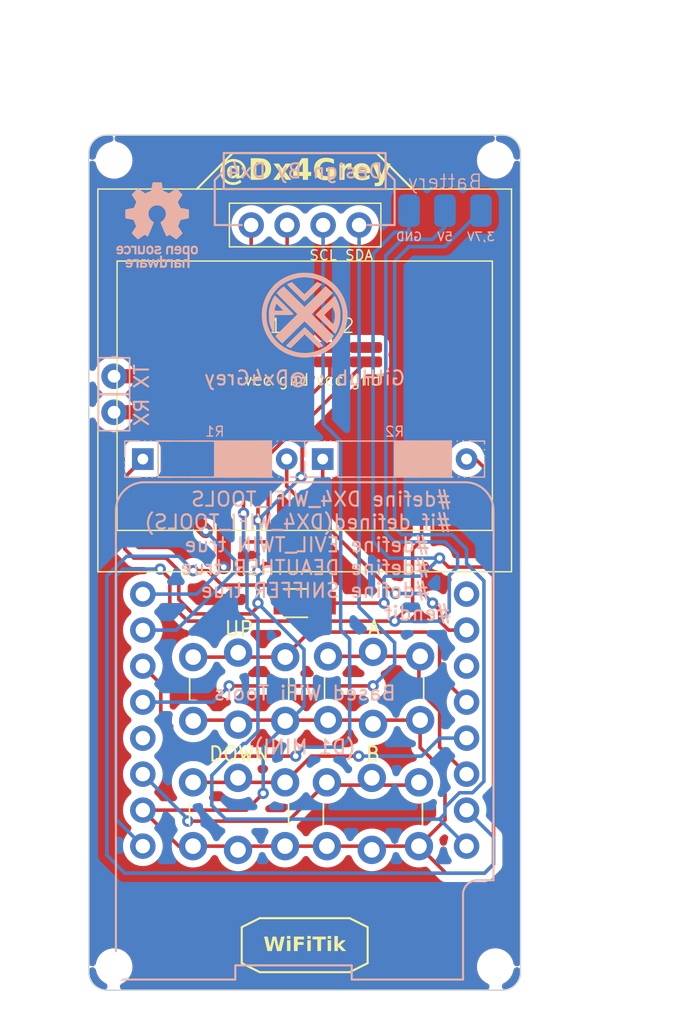
<source format=kicad_pcb>
(kicad_pcb (version 20221018) (generator pcbnew)
  (layers (0 "F.Cu" signal) (31 "B.Cu" signal) (34 "B.Paste" user) (35 "F.Paste" user) (36 "B.SilkS" user "B.Silkscreen") (37 "F.SilkS" user "F.Silkscreen") (38 "B.Mask" user) (39 "F.Mask" user) (44 "Edge.Cuts" user))
  (net 0 "")
  (net 1 "/GND")
  (net 2 "/VCC")
  (net 3 "/SCL")
  (net 4 "/SDA")
  (net 5 "/5V5")
  (net 6 "/UP")
  (net 7 "/A")
  (net 8 "/DOWN")
  (net 9 "/B")
  (net 10 "/BATLEVEL")
  (net 11 "/TX")
  (net 12 "/RX")
  (net 13 "/LED")
  (net 14 "/2")
  (net 15 "/1")
  (footprint "LED_SMD:LED_Cree-XQ_HandSoldering" (layer "F.Cu") (at 158.75 115.57)
    (fp_text reference "LED" hide)
    (fp_text value "LED_Cree-XQ_HandSoldering" hide)
    (pad "1" smd rect (at -1.3975 0) (size 1.6 1.6) (layers "F.Cu" "F.Paste" "F.Mask") (net 13 "/LED"))
    (pad "2" smd rect (at 1.3975 0) (size 1.6 1.6) (layers "F.Cu" "F.Paste" "F.Mask") (net 1 "/GND"))
  )
  (footprint "WiFiTools:oled" (layer "F.Cu") (at 158.75 93.98)
    (fp_text reference "" (at 0 5.08 unlocked) (layer "F.SilkS") (effects (font (thickness 0.1))))
    (fp_text value "oled" hide)
    (fp_text user "SCL" (at 1.3 -2.54 unlocked) (layer "F.SilkS") (effects (font (size 0.7 0.7) (thickness 0.1)) (justify bottom)))
    (fp_text user "SDA" (at 3.84 -2.54 unlocked) (layer "F.SilkS") (effects (font (size 0.7 0.7) (thickness 0.1)) (justify bottom)))
    (pad "1" thru_hole circle (at -3.78 -5.08) (size 1.8 1.8) (drill 1.016) (layers "*.Cu" "*.Mask") (net 15 "/1"))
    (pad "2" thru_hole circle (at -1.24 -5.08) (size 1.8 1.8) (drill 1.016) (layers "*.Cu" "*.Mask") (net 14 "/2"))
    (pad "3" thru_hole circle (at 1.3 -5.08) (size 1.8 1.8) (drill 1.016) (layers "*.Cu" "*.Mask") (net 3 "/SCL"))
    (pad "4" thru_hole circle (at 3.84 -5.08) (size 1.8 1.8) (drill 1.016) (layers "*.Cu" "*.Mask") (net 4 "/SDA"))
  )
  (footprint "WiFiTools:SW_PUSH_6mm" (layer "F.Cu") (at 150.865 128.215)
    (fp_text reference "DOWN" (at 3.25 -2) (layer "F.SilkS"))
    (fp_text value "SW_PUSH_6mm")
    (pad "1" thru_hole circle (at 0 0 90) (size 2 2) (drill 1.1) (layers "*.Cu" "*.Mask") (net 8 "/DOWN"))
    (pad "1" thru_hole circle (at 3.175 -0.3175 180) (size 2 2) (drill 1.1) (layers "*.Cu" "*.Mask") (net 8 "/DOWN"))
    (pad "1" thru_hole circle (at 6.5 0 90) (size 2 2) (drill 1.1) (layers "*.Cu" "*.Mask") (net 8 "/DOWN"))
    (pad "2" thru_hole circle (at 0 4.5 90) (size 2 2) (drill 1.1) (layers "*.Cu" "*.Mask") (net 1 "/GND"))
    (pad "2" thru_hole circle (at 3.175 4.7625 90) (size 2 2) (drill 1.1) (layers "*.Cu" "*.Mask") (net 1 "/GND"))
    (pad "2" thru_hole circle (at 6.5 4.5 90) (size 2 2) (drill 1.1) (layers "*.Cu" "*.Mask") (net 1 "/GND"))
  )
  (footprint "WiFiTools:OLED_CONNECTORS" (layer "F.Cu") (at 159.258 99.822)
    (fp_text reference "display socket" hide)
    (fp_text value "OLED_CONNECTORS")
    (fp_text user "2" (at 2.54 -3.81 unlocked) (layer "F.SilkS") (effects (font (thickness 0.1))))
    (fp_text user "1" (at -2.54 -3.81 unlocked) (layer "F.SilkS") (effects (font (thickness 0.1))))
    (fp_text user "vcc" (at 1.27 0 unlocked) (layer "F.SilkS") (effects (font (size 0.8 0.8) (thickness 0.1))))
    (fp_text user "gnd" (at -1.27 0 unlocked) (layer "F.SilkS") (effects (font (size 0.8 0.8) (thickness 0.1))))
    (fp_text user "gnd" (at 3.81 0 unlocked) (layer "F.SilkS") (effects (font (size 0.8 0.8) (thickness 0.1))))
    (fp_text user "vcc" (at -3.81 0 unlocked) (layer "F.SilkS") (effects (font (size 0.8 0.8) (thickness 0.1))))
    (pad "1" smd roundrect (at -3.81 -2.286) (size 2.286 0.762) (layers "F.Cu" "F.Paste" "F.Mask") (net 15 "/1"))
    (pad "1" smd roundrect (at -1.27 -2.286) (size 2.286 0.762) (layers "F.Cu" "F.Paste" "F.Mask") (net 15 "/1"))
    (pad "2" smd roundrect (at -3.81 -1.27) (size 2.286 0.762) (layers "F.Cu" "F.Paste" "F.Mask") (net 2 "/VCC"))
    (pad "2" smd roundrect (at -1.27 -1.27) (size 2.286 0.762) (layers "F.Cu" "F.Paste" "F.Mask") (net 1 "/GND"))
    (pad "2" smd roundrect (at 1.27 -2.286) (size 2.286 0.762) (layers "F.Cu" "F.Paste" "F.Mask") (net 14 "/2"))
    (pad "2" smd roundrect (at 1.27 -1.27) (size 2.286 0.762) (layers "F.Cu" "F.Paste" "F.Mask") (net 2 "/VCC"))
    (pad "2" smd roundrect (at 3.81 -2.286) (size 2.286 0.762) (layers "F.Cu" "F.Paste" "F.Mask") (net 14 "/2"))
    (pad "2" smd roundrect (at 3.81 -1.27) (size 2.286 0.762) (layers "F.Cu" "F.Paste" "F.Mask") (net 1 "/GND"))
  )
  (footprint "WiFiTools:SW_PUSH_6mm" (layer "F.Cu") (at 160.315 128.215)
    (fp_text reference "B" (at 3.25 -2) (layer "F.SilkS"))
    (fp_text value "SW_PUSH_6mm")
    (pad "1" thru_hole circle (at 0 0 90) (size 2 2) (drill 1.1) (layers "*.Cu" "*.Mask") (net 9 "/B"))
    (pad "1" thru_hole circle (at 3.175 -0.3175 180) (size 2 2) (drill 1.1) (layers "*.Cu" "*.Mask") (net 9 "/B"))
    (pad "1" thru_hole circle (at 6.5 0 90) (size 2 2) (drill 1.1) (layers "*.Cu" "*.Mask") (net 9 "/B"))
    (pad "2" thru_hole circle (at 0 4.5 90) (size 2 2) (drill 1.1) (layers "*.Cu" "*.Mask") (net 1 "/GND"))
    (pad "2" thru_hole circle (at 3.175 4.7625 90) (size 2 2) (drill 1.1) (layers "*.Cu" "*.Mask") (net 1 "/GND"))
    (pad "2" thru_hole circle (at 6.5 4.5 90) (size 2 2) (drill 1.1) (layers "*.Cu" "*.Mask") (net 1 "/GND"))
  )
  (footprint "MountingHole:MountingHole_2.1mm" (layer "F.Cu") (at 145.288 141.224)
    (fp_text reference "HOLE" hide)
    (fp_text value "MountingHole_2.1mm")
    (pad "" np_thru_hole circle (at 0 0) (size 2.1 2.1) (drill 2.1) (layers "*.Cu" "*.Mask"))
  )
  (footprint "MountingHole:MountingHole_2.1mm" (layer "F.Cu") (at 145.288 84.328)
    (fp_text reference "HOLE" hide)
    (fp_text value "MountingHole_2.1mm")
    (pad "" np_thru_hole circle (at 0 0) (size 2.1 2.1) (drill 2.1) (layers "*.Cu" "*.Mask"))
  )
  (footprint "MountingHole:MountingHole_2.1mm" (layer "F.Cu") (at 172.212 141.224)
    (fp_text reference "HOLE" hide)
    (fp_text value "MountingHole_2.1mm")
    (pad "" np_thru_hole circle (at 0 0) (size 2.1 2.1) (drill 2.1) (layers "*.Cu" "*.Mask"))
  )
  (footprint "WiFiTools:SW_PUSH_6mm" (layer "F.Cu") (at 160.401 119.325)
    (fp_text reference "A" (at 3.25 -2) (layer "F.SilkS"))
    (fp_text value "SW_PUSH_6mm")
    (pad "1" thru_hole circle (at 0 0 90) (size 2 2) (drill 1.1) (layers "*.Cu" "*.Mask") (net 7 "/A"))
    (pad "1" thru_hole circle (at 3.175 -0.3175 180) (size 2 2) (drill 1.1) (layers "*.Cu" "*.Mask") (net 7 "/A"))
    (pad "1" thru_hole circle (at 6.5 0 90) (size 2 2) (drill 1.1) (layers "*.Cu" "*.Mask") (net 7 "/A"))
    (pad "2" thru_hole circle (at 0 4.5 90) (size 2 2) (drill 1.1) (layers "*.Cu" "*.Mask") (net 1 "/GND"))
    (pad "2" thru_hole circle (at 3.175 4.7625 90) (size 2 2) (drill 1.1) (layers "*.Cu" "*.Mask") (net 1 "/GND"))
    (pad "2" thru_hole circle (at 6.5 4.5 90) (size 2 2) (drill 1.1) (layers "*.Cu" "*.Mask") (net 1 "/GND"))
  )
  (footprint "MountingHole:MountingHole_2.1mm" (layer "F.Cu") (at 172.212 84.328)
    (fp_text reference "HOLE" hide)
    (fp_text value "MountingHole_2.1mm")
    (pad "" np_thru_hole circle (at 0 0) (size 2.1 2.1) (drill 2.1) (layers "*.Cu" "*.Mask"))
  )
  (footprint "WiFiTools:SW_PUSH_6mm" (layer "F.Cu") (at 150.876 119.38)
    (fp_text reference "UP" (at 3.25 -2) (layer "F.SilkS"))
    (fp_text value "SW_PUSH_6mm")
    (pad "1" thru_hole circle (at 0 0 90) (size 2 2) (drill 1.1) (layers "*.Cu" "*.Mask") (net 6 "/UP"))
    (pad "1" thru_hole circle (at 3.175 -0.3175 180) (size 2 2) (drill 1.1) (layers "*.Cu" "*.Mask") (net 6 "/UP"))
    (pad "1" thru_hole circle (at 6.5 0 90) (size 2 2) (drill 1.1) (layers "*.Cu" "*.Mask") (net 6 "/UP"))
    (pad "2" thru_hole circle (at 0 4.5 90) (size 2 2) (drill 1.1) (layers "*.Cu" "*.Mask") (net 1 "/GND"))
    (pad "2" thru_hole circle (at 3.175 4.7625 90) (size 2 2) (drill 1.1) (layers "*.Cu" "*.Mask") (net 1 "/GND"))
    (pad "2" thru_hole circle (at 6.5 4.5 90) (size 2 2) (drill 1.1) (layers "*.Cu" "*.Mask") (net 1 "/GND"))
  )
  (footprint "Connector_Pin:Pin_D0.9mm_L10.0mm_W2.4mm_FlatFork" (layer "B.Cu") (at 145.288 102.108 -90)
    (fp_text reference "RX" (at 0 -1.95 -270) (layer "B.SilkS") (effects (justify mirror)))
    (fp_text value "Pin_D0.9mm_L10.0mm_W2.4mm_FlatFork" hide)
    (pad "1" thru_hole circle (at 0 0 270) (size 1.8 1.8) (drill 0.9) (layers "*.Cu" "*.Mask") (net 12 "/RX"))
  )
  (footprint "WiFiTools:Resistor" (layer "B.Cu") (at 165.1 105.41 180)
    (fp_text reference "R2" (at 0 1.94 unlocked) (layer "B.SilkS") (effects (font (size 0.7 0.7) (thickness 0.1)) (justify mirror)))
    (fp_text value "Resistor")
    (pad "1" thru_hole circle (at -5.08 0 180) (size 1.524 1.524) (drill 0.762) (layers "*.Cu" "*.Mask") (net 5 "/5V5"))
    (pad "2" thru_hole rect (at 5.08 0 180) (size 1.524 1.524) (drill 0.762) (layers "*.Cu" "*.Mask") (net 10 "/BATLEVEL"))
  )
  (footprint "Symbol:OSHW-Logo_5.7x6mm_SilkScreen" (layer "B.Cu") (at 148.336 88.9 180)
    (fp_text reference "REF**" hide)
    (fp_text value "OSHW-Logo_5.7x6mm_SilkScreen" hide)
  )
  (footprint "Connector_Pin:Pin_D0.9mm_L10.0mm_W2.4mm_FlatFork" (layer "B.Cu") (at 145.288 99.568 -90)
    (fp_text reference "TX" (at 0 -1.95 -270) (layer "B.SilkS") (effects (justify mirror)))
    (fp_text value "Pin_D0.9mm_L10.0mm_W2.4mm_FlatFork" hide)
    (pad "1" thru_hole circle (at 0 0 270) (size 1.8 1.8) (drill 0.9) (layers "*.Cu" "*.Mask") (net 11 "/TX"))
  )
  (footprint "WiFiTools:Power 5V" (layer "B.Cu") (at 167.386 86.884 180)
    (fp_text reference "Battery" (at -1.27 1.032 unlocked) (layer "B.SilkS") (effects (font (thickness 0.1)) (justify mirror)))
    (fp_text value "Power 5V")
    (fp_text user "3,7V" (at -3.81 -2.84 unlocked) (layer "B.SilkS") (effects (font (size 0.6 0.6) (thickness 0.1)) (justify mirror)))
    (fp_text user "5V" (at -1.27 -2.84 unlocked) (layer "B.SilkS") (effects (font (size 0.6 0.6) (thickness 0.1)) (justify mirror)))
    (fp_text user "GND" (at 1.27 -2.84 unlocked) (layer "B.SilkS") (effects (font (size 0.6 0.6) (thickness 0.1)) (justify mirror)))
    (pad "1" smd roundrect (at -3.81 -1 90) (size 2.286 1.524) (layers "B.Cu" "B.Paste" "B.Mask") (net 2 "/VCC"))
    (pad "1" smd roundrect (at -1.27 -1 90) (size 2.286 1.524) (layers "B.Cu" "B.Paste" "B.Mask") (net 5 "/5V5"))
    (pad "2" smd roundrect (at 1.27 -1 90) (size 2.286 1.524) (layers "B.Cu" "B.Paste" "B.Mask") (net 1 "/GND"))
  )
  (footprint "WiFiTools:logo" (layer "B.Cu") (at 158.75 95.25 180)
    (fp_text reference "G***" hide)
    (fp_text value "LOGO" hide)
  )
  (footprint "WiFiTools:wemos-d1-mini-connectors-only" (layer "B.Cu") (at 158.75 123.825 90)
    (fp_text reference "(D1 MINI)" (at -1.905 0) (layer "B.SilkS") (effects (justify mirror)))
    (fp_text value "Wemos-D1-mini" hide)
    (pad "1" thru_hole circle (at 8.89 11.43 90) (size 1.8 1.8) (drill 1.016) (layers "*.Cu" "*.Mask"))
    (pad "2" thru_hole circle (at 6.35 11.43 90) (size 1.8 1.8) (drill 1.016) (layers "*.Cu" "*.Mask") (net 10 "/BATLEVEL"))
    (pad "3" thru_hole circle (at 3.81 11.43 90) (size 1.8 1.8) (drill 1.016) (layers "*.Cu" "*.Mask"))
    (pad "4" thru_hole circle (at 1.27 11.43 90) (size 1.8 1.8) (drill 1.016) (layers "*.Cu" "*.Mask") (net 6 "/UP"))
    (pad "5" thru_hole circle (at -1.27 11.43 90) (size 1.8 1.8) (drill 1.016) (layers "*.Cu" "*.Mask") (net 8 "/DOWN"))
    (pad "6" thru_hole circle (at -3.81 11.43 90) (size 1.8 1.8) (drill 1.016) (layers "*.Cu" "*.Mask") (net 7 "/A"))
    (pad "7" thru_hole circle (at -6.35 11.43 90) (size 1.8 1.8) (drill 1.016) (layers "*.Cu" "*.Mask") (net 13 "/LED"))
    (pad "8" thru_hole circle (at -8.89 11.43 90) (size 1.8 1.8) (drill 1.016) (layers "*.Cu" "*.Mask") (net 2 "/VCC"))
    (pad "9" thru_hole circle (at -8.89 -11.43 90) (size 1.8 1.8) (drill 1.016) (layers "*.Cu" "*.Mask") (net 5 "/5V5"))
    (pad "10" thru_hole circle (at -6.35 -11.43 90) (size 1.8 1.8) (drill 1.016) (layers "*.Cu" "*.Mask") (net 1 "/GND"))
    (pad "11" thru_hole circle (at -3.81 -11.43 90) (size 1.8 1.8) (drill 1.016) (layers "*.Cu" "*.Mask") (net 9 "/B"))
    (pad "12" thru_hole circle (at -1.27 -11.43 90) (size 1.8 1.8) (drill 1.016) (layers "*.Cu" "*.Mask"))
    (pad "13" thru_hole circle (at 1.27 -11.43 90) (size 1.8 1.8) (drill 1.016) (layers "*.Cu" "*.Mask") (net 4 "/SDA"))
    (pad "14" thru_hole circle (at 3.81 -11.43 90) (size 1.8 1.8) (drill 1.016) (layers "*.Cu" "*.Mask") (net 3 "/SCL"))
    (pad "15" thru_hole circle (at 6.35 -11.43 90) (size 1.8 1.8) (drill 1.016) (layers "*.Cu" "*.Mask") (net 12 "/RX"))
    (pad "16" thru_hole circle (at 8.89 -11.43 90) (size 1.8 1.8) (drill 1.016) (layers "*.Cu" "*.Mask") (net 11 "/TX"))
  )
  (footprint "WiFiTools:Resistor" (layer "B.Cu") (at 152.4 105.41 180)
    (fp_text reference "R1" (at 0 1.94 unlocked) (layer "B.SilkS") (effects (font (size 0.7 0.7) (thickness 0.1)) (justify mirror)))
    (fp_text value "Resistor")
    (pad "1" thru_hole circle (at -5.08 0 180) (size 1.524 1.524) (drill 0.762) (layers "*.Cu" "*.Mask") (net 10 "/BATLEVEL"))
    (pad "2" thru_hole rect (at 5.08 0 180) (size 1.524 1.524) (drill 0.762) (layers "*.Cu" "*.Mask") (net 1 "/GND"))
  )
  (gr_line (start 165.1 85.725) (end 165.1 88.9) (stroke (width 0.15)) (layer "B.SilkS"))
  (gr_line (start 164.465 83.82) (end 153.035 83.82) (stroke (width 0.15)) (layer "B.SilkS"))
  (gr_line (start 164.465 86.36) (end 153.035 86.36) (stroke (width 0.15)) (layer "B.SilkS"))
  (gr_line (start 153.035 83.82) (end 153.035 85.09) (stroke (width 0.15)) (layer "B.SilkS"))
  (gr_line (start 153.035 86.36) (end 153.035 85.09) (stroke (width 0.15)) (layer "B.SilkS"))
  (gr_line (start 164.465 85.09) (end 165.1 85.725) (stroke (width 0.15)) (layer "B.SilkS"))
  (gr_line (start 165.1 88.9) (end 163.195 88.9) (stroke (width 0.15)) (layer "B.SilkS"))
  (gr_line (start 153.035 85.09) (end 152.4 85.725) (stroke (width 0.15)) (layer "B.SilkS"))
  (gr_line (start 164.465 85.09) (end 164.465 83.82) (stroke (width 0.15)) (layer "B.SilkS"))
  (gr_line (start 152.4 88.9) (end 154.305 88.9) (stroke (width 0.15)) (layer "B.SilkS"))
  (gr_line (start 152.4 85.725) (end 152.4 88.9) (stroke (width 0.15)) (layer "B.SilkS"))
  (gr_line (start 164.465 85.09) (end 164.465 86.36) (stroke (width 0.15)) (layer "B.SilkS"))
  (gr_line (start 163.195 138.43) (end 163.195 140.97) (stroke (width 0.15)) (layer "F.SilkS"))
  (gr_line (start 161.925 141.605) (end 155.575 141.605) (stroke (width 0.15)) (layer "F.SilkS"))
  (gr_line (start 151.765 85.725) (end 153.67 83.82) (stroke (width 0.15)) (layer "F.SilkS"))
  (gr_line (start 154.305 138.43) (end 155.575 137.795) (stroke (width 0.15)) (layer "F.SilkS"))
  (gr_line (start 154.305 140.97) (end 154.305 138.43) (stroke (width 0.15)) (layer "F.SilkS"))
  (gr_line (start 165.735 85.725) (end 166.37 86.36) (stroke (width 0.15)) (layer "F.SilkS"))
  (gr_line (start 161.925 137.795) (end 163.195 138.43) (stroke (width 0.15)) (layer "F.SilkS"))
  (gr_line (start 153.67 83.82) (end 163.83 83.82) (stroke (width 0.15)) (layer "F.SilkS"))
  (gr_line (start 163.195 140.97) (end 161.925 141.605) (stroke (width 0.15)) (layer "F.SilkS"))
  (gr_line (start 155.575 141.605) (end 154.305 140.97) (stroke (width 0.15)) (layer "F.SilkS"))
  (gr_line (start 151.13 86.36) (end 151.765 85.725) (stroke (width 0.15)) (layer "F.SilkS"))
  (gr_line (start 155.575 137.795) (end 161.925 137.795) (stroke (width 0.15)) (layer "F.SilkS"))
  (gr_line (start 163.83 83.82) (end 165.735 85.725) (stroke (width 0.15)) (layer "F.SilkS"))
  (gr_arc (start 144.78 142.875) (mid 143.881974 142.503026) (end 143.51 141.605) (stroke (width 0.1)) (layer "Edge.Cuts"))
  (gr_line (start 144.78 82.55) (end 172.72 82.55) (stroke (width 0.1)) (layer "Edge.Cuts"))
  (gr_line (start 173.99 85.725) (end 173.99 141.605) (stroke (width 0.1)) (layer "Edge.Cuts"))
  (gr_line (start 172.72 142.875) (end 144.78 142.875) (stroke (width 0.1)) (layer "Edge.Cuts"))
  (gr_arc (start 172.72 82.55) (mid 173.618026 82.921974) (end 173.99 83.82) (stroke (width 0.1)) (layer "Edge.Cuts"))
  (gr_line (start 143.51 83.82) (end 143.51 141.605) (stroke (width 0.1)) (layer "Edge.Cuts"))
  (gr_arc (start 173.99 141.605) (mid 173.618026 142.503026) (end 172.72 142.875) (stroke (width 0.1)) (layer "Edge.Cuts"))
  (gr_line (start 173.99 83.82) (end 173.99 85.725) (stroke (width 0.1)) (layer "Edge.Cuts"))
  (gr_arc (start 143.51 83.82) (mid 143.881974 82.921974) (end 144.78 82.55) (stroke (width 0.1)) (layer "Edge.Cuts"))
  (gr_text "#define DX4_WIFI_TOOLS\n#if defined(DX4_WIFI_TOOLS)\n  #define EVIL_TWIN true\n  #define DEAUTHER true\n  #define SNIFFER true\n#endif" (at 169.164 112.268) (layer "B.SilkS") (effects (font (size 1 1)) (justify left mirror)))
  (gr_text "GitHub : @Dx4Grey" (at 158.75 99.695) (layer "B.SilkS") (effects (font (size 1 1)) (justify mirror)))
  (gr_text "Based WiFi Tools" (at 158.75 121.92) (layer "B.SilkS") (effects (font (size 1 1)) (justify mirror)))
  (gr_text "Design By Dx4" (at 158.75 85.09) (layer "B.SilkS") (effects (font (size 1 1)) (justify mirror)))
  (gr_text "@Dx4Grey" (at 158.75 85.09) (layer "F.SilkS") (effects (font (size 1.5 1.5) (thickness 0.2) bold)))
  (gr_text "WiFiTik" (at 158.75 139.7) (layer "F.SilkS") (effects (font (size 1 1) (thickness 0.25) bold)))
  (segment (start 172.085 113.665) (end 171.45 113.03) (width 0.25) (layer "F.Cu") (net 1))
  (segment (start 150.876 116.332) (end 154.94 116.332) (width 0.25) (layer "F.Cu") (net 1))
  (segment (start 168.909998 113.03) (end 168.275 112.395002) (width 0.25) (layer "F.Cu") (net 1))
  (segment (start 149.86 113.284) (end 149.86 115.316) (width 0.25) (layer "F.Cu") (net 1))
  (segment (start 155.956 112.776) (end 159.004 112.776) (width 0.25) (layer "F.Cu") (net 1))
  (segment (start 150.865 132.715) (end 157.365 132.715) (width 0.25) (layer "F.Cu") (net 1))
  (segment (start 155.448 115.824) (end 155.448 115.57) (width 0.25) (layer "F.Cu") (net 1))
  (segment (start 157.48 101.6) (end 157.988 101.092) (width 0.25) (layer "F.Cu") (net 1))
  (segment (start 160.1475 113.9195) (end 160.1475 115.57) (width 0.25) (layer "F.Cu") (net 1))
  (segment (start 171.45 134.62) (end 172.085 133.985) (width 0.25) (layer "F.Cu") (net 1))
  (segment (start 171.45 113.03) (end 168.909998 113.03) (width 0.25) (layer "F.Cu") (net 1))
  (segment (start 157.48 103.124) (end 157.48 101.6) (width 0.25) (layer "F.Cu") (net 1))
  (segment (start 155.448 105.156) (end 157.48 103.124) (width 0.25) (layer "F.Cu") (net 1))
  (segment (start 166.901 123.825) (end 154.04 123.825) (width 0.25) (layer "F.Cu") (net 1))
  (segment (start 168.656 130.874) (end 168.656 127.508) (width 0.25) (layer "F.Cu") (net 1))
  (segment (start 158.567 103.053) (end 158.567 106.609) (width 0.25) (layer "F.Cu") (net 1))
  (segment (start 159.004 112.776) (end 160.1475 113.9195) (width 0.25) (layer "F.Cu") (net 1))
  (segment (start 166.901 125.753) (end 166.901 123.825) (width 0.25) (layer "F.Cu") (net 1))
  (segment (start 146.685 112.395) (end 148.971 112.395) (width 0.25) (layer "F.Cu") (net 1))
  (segment (start 147.32 105.41) (end 146.05 106.68) (width 0.25) (layer "F.Cu") (net 1))
  (segment (start 163.068 98.552) (end 158.567 103.053) (width 0.25) (layer "F.Cu") (net 1))
  (segment (start 166.815 132.715) (end 168.72 134.62) (width 0.25) (layer "F.Cu") (net 1))
  (segment (start 148.971 112.395) (end 149.86 113.284) (width 0.25) (layer "F.Cu") (net 1))
  (segment (start 149.86 132.715) (end 150.865 132.715) (width 0.25) (layer "F.Cu") (net 1))
  (segment (start 154.634864 130.175) (end 155.819864 128.99) (width 0.25) (layer "F.Cu") (net 1))
  (segment (start 158.567 106.609) (end 158.496 106.68) (width 0.25) (layer "F.Cu") (net 1))
  (segment (start 146.05 106.68) (end 146.05 111.76) (width 0.25) (layer "F.Cu") (net 1))
  (segment (start 147.32 130.175) (end 149.86 132.715) (width 0.25) (layer "F.Cu") (net 1))
  (segment (start 157.988 101.092) (end 157.988 98.552) (width 0.25) (layer "F.Cu") (net 1))
  (segment (start 146.05 111.76) (end 146.685 112.395) (width 0.25) (layer "F.Cu") (net 1))
  (segment (start 160.1475 115.57) (end 164.351 115.57) (width 0.25) (layer "F.Cu") (net 1))
  (segment (start 157.365 132.715) (end 160.315 132.715) (width 0.25) (layer "F.Cu") (net 1))
  (segment (start 155.448 113.284) (end 155.956 112.776) (width 0.25) (layer "F.Cu") (net 1))
  (segment (start 168.656 127.508) (end 166.901 125.753) (width 0.25) (layer "F.Cu") (net 1))
  (segment (start 166.815 132.715) (end 168.656 130.874) (width 0.25) (layer "F.Cu") (net 1))
  (segment (start 160.315 132.715) (end 164.465 132.715) (width 0.25) (layer "F.Cu") (net 1))
  (segment (start 149.86 115.316) (end 150.876 116.332) (width 0.25) (layer "F.Cu") (net 1))
  (segment (start 155.448 109.728) (end 155.448 105.156) (width 0.25) (layer "F.Cu") (net 1))
  (segment (start 164.465 132.715) (end 166.815 132.715) (width 0.25) (layer "F.Cu") (net 1))
  (segment (start 168.72 134.62) (end 171.45 134.62) (width 0.25) (layer "F.Cu") (net 1))
  (segment (start 172.085 133.985) (end 172.085 113.665) (width 0.25) (layer "F.Cu") (net 1))
  (segment (start 154.94 116.332) (end 155.448 115.824) (width 0.25) (layer "F.Cu") (net 1))
  (segment (start 150.865 123.825) (end 153.185907 123.825) (width 0.25) (layer "F.Cu") (net 1))
  (segment (start 147.32 130.175) (end 154.634864 130.175) (width 0.25) (layer "F.Cu") (net 1))
  (via (at 155.448 109.728) (size 0.8) (drill 0.4) (layers "F.Cu" "B.Cu") (net 1))
  (via (at 155.819864 128.99) (size 0.8) (drill 0.4) (layers "F.Cu" "B.Cu") (net 1))
  (via (at 164.351 115.57) (size 0.8) (drill 0.4) (layers "F.Cu" "B.Cu") (net 1))
  (via (at 155.448 113.284) (size 0.8) (drill 0.4) (layers "F.Cu" "B.Cu") (net 1))
  (via (at 158.496 106.68) (size 0.8) (drill 0.4) (layers "F.Cu" "B.Cu") (net 1))
  (via (at 155.448 115.57) (size 0.8) (drill 0.4) (layers "F.Cu" "B.Cu") (net 1))
  (via (at 168.275 112.395002) (size 0.8) (drill 0.4) (layers "F.Cu" "B.Cu") (net 1))
  (segment (start 167.005002 113.665) (end 164.465 113.665) (width 0.25) (layer "B.Cu") (net 1))
  (segment (start 163.576 90.932) (end 163.576 98.552) (width 0.25) (layer "B.Cu") (net 1))
  (segment (start 168.275 112.395002) (end 167.005002 113.665) (width 0.25) (layer "B.Cu") (net 1))
  (segment (start 164.465 113.665) (end 164.351 113.779) (width 0.25) (layer "B.Cu") (net 1))
  (segment (start 158.701 118.831167) (end 155.448 115.578167) (width 0.25) (layer "B.Cu") (net 1))
  (segment (start 166.116 87.884) (end 166.116 89.408) (width 0.25) (layer "B.Cu") (net 1))
  (segment (start 155.819864 125.740532) (end 158.701 122.859396) (width 0.25) (layer "B.Cu") (net 1))
  (segment (start 164.351 113.779) (end 164.351 115.57) (width 0.25) (layer "B.Cu") (net 1))
  (segment (start 163.576 111.252) (end 164.719 112.395) (width 0.25) (layer "B.Cu") (net 1))
  (segment (start 165.1 89.408) (end 163.576 90.932) (width 0.25) (layer "B.Cu") (net 1))
  (segment (start 155.448 115.578167) (end 155.448 109.728) (width 0.25) (layer "B.Cu") (net 1))
  (segment (start 166.116 89.408) (end 165.1 89.408) (width 0.25) (layer "B.Cu") (net 1))
  (segment (start 163.576 98.552) (end 163.576 111.252) (width 0.25) (layer "B.Cu") (net 1))
  (segment (start 164.719 112.395) (end 168.275 112.395) (width 0.25) (layer "B.Cu") (net 1))
  (segment (start 155.448 109.728) (end 158.496 106.68) (width 0.25) (layer "B.Cu") (net 1))
  (segment (start 155.819864 128.99) (end 155.819864 125.740532) (width 0.25) (layer "B.Cu") (net 1))
  (segment (start 158.701 122.859396) (end 158.701 118.831167) (width 0.25) (layer "B.Cu") (net 1))
  (segment (start 155.448 115.57) (end 155.448 113.284) (width 0.25) (layer "B.Cu") (net 1))
  (segment (start 156.173 105.179749) (end 157.988 103.364749) (width 0.25) (layer "F.Cu") (net 2))
  (segment (start 154.432 105.156) (end 155.448 104.14) (width 0.25) (layer "F.Cu") (net 2))
  (segment (start 154.432 109.22) (end 154.432 105.156) (width 0.25) (layer "F.Cu") (net 2))
  (segment (start 154.432 111.252) (end 156.173 111.252) (width 0.25) (layer "F.Cu") (net 2))
  (segment (start 156.173 111.252) (end 156.173 105.179749) (width 0.25) (layer "F.Cu") (net 2))
  (segment (start 157.988 103.364749) (end 157.988 102.108) (width 0.25) (layer "F.Cu") (net 2))
  (segment (start 160.528 99.568) (end 160.528 98.552) (width 0.25) (layer "F.Cu") (net 2))
  (segment (start 155.448 104.14) (end 155.448 98.552) (width 0.25) (layer "F.Cu") (net 2))
  (segment (start 154.432 109.22) (end 154.432 111.252) (width 0.25) (layer "F.Cu") (net 2))
  (segment (start 157.988 102.108) (end 160.528 99.568) (width 0.25) (layer "F.Cu") (net 2))
  (via (at 154.432 109.22) (size 0.8) (drill 0.4) (layers "F.Cu" "B.Cu") (net 2))
  (segment (start 170.18 111.76) (end 170.18 112.776) (width 0.25) (layer "B.Cu") (net 2))
  (segment (start 165.608 110.744) (end 169.164 110.744) (width 0.25) (layer "B.Cu") (net 2))
  (segment (start 154.599833 125.4675) (end 154.4405 125.4675) (width 0.25) (layer "B.Cu") (net 2))
  (segment (start 152.19 129.838) (end 153.162 130.81) (width 0.25) (layer "B.Cu") (net 2))
  (segment (start 168.656 130.429) (end 168.275 130.81) (width 0.25) (layer "B.Cu") (net 2))
  (segment (start 165.1 110.236) (end 165.608 110.744) (width 0.25) (layer "B.Cu") (net 2))
  (segment (start 152.19 127.718) (end 152.19 129.838) (width 0.25) (layer "B.Cu") (net 2))
  (segment (start 154.673 112.001) (end 154.673 115.891016) (width 0.25) (layer "B.Cu") (net 2))
  (segment (start 170.597412 128.95) (end 169.672588 128.95) (width 0.25) (layer "B.Cu") (net 2))
  (segment (start 171.405 128.142412) (end 170.597412 128.95) (width 0.25) (layer "B.Cu") (net 2))
  (segment (start 171.405 114.001) (end 171.405 128.142412) (width 0.25) (layer "B.Cu") (net 2))
  (segment (start 154.4405 125.4675) (end 152.19 127.718) (width 0.25) (layer "B.Cu") (net 2))
  (segment (start 155.448 124.619333) (end 154.599833 125.4675) (width 0.25) (layer "B.Cu") (net 2))
  (segment (start 171.196 87.884) (end 168.656 90.424) (width 0.25) (layer "B.Cu") (net 2))
  (segment (start 169.672588 128.95) (end 168.656 129.966588) (width 0.25) (layer "B.Cu") (net 2))
  (segment (start 168.656 129.966588) (end 168.656 130.429) (width 0.25) (layer "B.Cu") (net 2))
  (segment (start 153.162 130.81) (end 168.275 130.81) (width 0.25) (layer "B.Cu") (net 2))
  (segment (start 165.1 91.44) (end 165.1 110.236) (width 0.25) (layer "B.Cu") (net 2))
  (segment (start 166.116 90.424) (end 165.1 91.44) (width 0.25) (layer "B.Cu") (net 2))
  (segment (start 155.448 116.666016) (end 155.448 124.619333) (width 0.25) (layer "B.Cu") (net 2))
  (segment (start 154.673 115.891016) (end 155.448 116.666016) (width 0.25) (layer "B.Cu") (net 2))
  (segment (start 170.18 112.776) (end 171.405 114.001) (width 0.25) (layer "B.Cu") (net 2))
  (segment (start 169.164 110.744) (end 170.18 111.76) (width 0.25) (layer "B.Cu") (net 2))
  (segment (start 154.432 111.76) (end 154.673 112.001) (width 0.25) (layer "B.Cu") (net 2))
  (segment (start 154.432 111.76) (end 154.432 109.22) (width 0.25) (layer "B.Cu") (net 2))
  (segment (start 168.656 90.424) (end 166.116 90.424) (width 0.25) (layer "B.Cu") (net 2))
  (segment (start 168.275 130.81) (end 170.18 132.715) (width 0.25) (layer "B.Cu") (net 2))
  (segment (start 148.59 123.467833) (end 148.59 121.285) (width 0.25) (layer "F.Cu") (net 3))
  (segment (start 149.352 124.229833) (end 148.59 123.467833) (width 0.25) (layer "F.Cu") (net 3))
  (segment (start 149.733 126.365) (end 149.352 125.984) (width 0.25) (layer "F.Cu") (net 3))
  (segment (start 149.352 125.984) (end 149.352 124.229833) (width 0.25) (layer "F.Cu") (net 3))
  (segment (start 158.115 126.365) (end 149.733 126.365) (width 0.25) (layer "F.Cu") (net 3))
  (segment (start 148.59 121.285) (end 147.32 120.015) (width 0.25) (layer "F.Cu") (net 3))
  (via (at 158.115 126.365) (size 0.8) (drill 0.4) (layers "F.Cu" "B.Cu") (net 3))
  (segment (start 160.05 88.9) (end 160.05 102.9) (width 0.25) (layer "B.Cu") (net 3))
  (segment (start 161.29 117.475) (end 161.925 118.11) (width 0.25) (layer "B.Cu") (net 3))
  (segment (start 161.29 125.73) (end 158.75 125.73) (width 0.25) (layer "B.Cu") (net 3))
  (segment (start 158.75 125.73) (end 158.115 126.365) (width 0.25) (layer "B.Cu") (net 3))
  (segment (start 161.29 104.14) (end 161.29 117.475) (width 0.25) (layer "B.Cu") (net 3))
  (segment (start 161.925 125.095) (end 161.29 125.73) (width 0.25) (layer "B.Cu") (net 3))
  (segment (start 161.925 118.11) (end 161.925 125.095) (width 0.25) (layer "B.Cu") (net 3))
  (segment (start 160.05 102.9) (end 161.29 104.14) (width 0.25) (layer "B.Cu") (net 3))
  (segment (start 163.576 121.412) (end 153.416 121.412) (width 0.25) (layer "F.Cu") (net 4))
  (via (at 153.416 121.412) (size 0.8) (drill 0.4) (layers "F.Cu" "B.Cu") (net 4))
  (via (at 163.576 121.412) (size 0.8) (drill 0.4) (layers "F.Cu" "B.Cu") (net 4))
  (segment (start 147.32 122.555) (end 152.273 122.555) (width 0.25) (layer "B.Cu") (net 4))
  (segment (start 162.59 88.9) (end 162.59 115.854) (width 0.25) (layer "B.Cu") (net 4))
  (segment (start 162.59 115.854) (end 165.1 118.364) (width 0.25) (layer "B.Cu") (net 4))
  (segment (start 152.273 122.555) (end 153.416 121.412) (width 0.25) (layer "B.Cu") (net 4))
  (segment (start 165.1 119.888) (end 163.576 121.412) (width 0.25) (layer "B.Cu") (net 4))
  (segment (start 165.1 118.364) (end 165.1 119.888) (width 0.25) (layer "B.Cu") (net 4))
  (segment (start 166.37 115.569988) (end 166.37 111.76) (width 0.25) (layer "F.Cu") (net 5))
  (segment (start 167.005 108.585) (end 167.64 107.95) (width 0.25) (layer "F.Cu") (net 5))
  (segment (start 149.225 113.845008) (end 148.549992 113.17) (width 0.25) (layer "F.Cu") (net 5))
  (segment (start 165.1 116.839988) (end 150.494988 116.839988) (width 0.25) (layer "F.Cu") (net 5))
  (segment (start 149.225 115.57) (end 149.225 113.845008) (width 0.25) (layer "F.Cu") (net 5))
  (segment (start 171.45 106.045) (end 170.815 105.41) (width 0.25) (layer "F.Cu") (net 5))
  (segment (start 166.37 111.76) (end 167.005 111.125) (width 0.25) (layer "F.Cu") (net 5))
  (segment (start 170.815 105.41) (end 170.18 105.41) (width 0.25) (layer "F.Cu") (net 5))
  (segment (start 167.005 111.125) (end 167.005 108.585) (width 0.25) (layer "F.Cu") (net 5))
  (segment (start 150.494988 116.839988) (end 149.225 115.57) (width 0.25) (layer "F.Cu") (net 5))
  (segment (start 171.45 107.315) (end 171.45 106.045) (width 0.25) (layer "F.Cu") (net 5))
  (segment (start 170.815 107.95) (end 171.45 107.315) (width 0.25) (layer "F.Cu") (net 5))
  (segment (start 165.1 116.839988) (end 166.37 115.569988) (width 0.25) (layer "F.Cu") (net 5))
  (segment (start 167.64 107.95) (end 170.815 107.95) (width 0.25) (layer "F.Cu") (net 5))
  (via (at 165.1 116.839988) (size 0.8) (drill 0.4) (layers "F.Cu" "B.Cu") (net 5))
  (via (at 148.549992 113.17) (size 0.8) (drill 0.4) (layers "F.Cu" "B.Cu") (net 5))
  (segment (start 168.955 116.16) (end 168.955 113.62) (width 0.25) (layer "B.Cu") (net 5))
  (segment (start 164.476 91.048) (end 165.608 89.916) (width 0.25) (layer "B.Cu") (net 5))
  (segment (start 147.32 132.715) (end 145.415 130.81) (width 0.25) (layer "B.Cu") (net 5))
  (segment (start 145.415 130.81) (end 145.415 113.665) (width 0.25) (layer "B.Cu") (net 5))
  (segment (start 145.91 113.17) (end 148.549992 113.17) (width 0.25) (layer "B.Cu") (net 5))
  (segment (start 168.275 116.84) (end 168.955 116.16) (width 0.25) (layer "B.Cu") (net 5))
  (segment (start 168.656 111.252) (end 165.1 111.252) (width 0.25) (layer "B.Cu") (net 5))
  (segment (start 169.545 113.03) (end 169.545 112.141) (width 0.25) (layer "B.Cu") (net 5))
  (segment (start 168.656 89.027) (end 168.656 87.884) (width 0.25) (layer "B.Cu") (net 5))
  (segment (start 165.1 116.84) (end 168.275 116.84) (width 0.25) (layer "B.Cu") (net 5))
  (segment (start 169.545 112.141) (end 168.656 111.252) (width 0.25) (layer "B.Cu") (net 5))
  (segment (start 145.415 113.665) (end 145.91 113.17) (width 0.25) (layer "B.Cu") (net 5))
  (segment (start 167.767 89.916) (end 168.656 89.027) (width 0.25) (layer "B.Cu") (net 5))
  (segment (start 164.476 110.628) (end 164.476 91.048) (width 0.25) (layer "B.Cu") (net 5))
  (segment (start 165.1 111.252) (end 164.476 110.628) (width 0.25) (layer "B.Cu") (net 5))
  (segment (start 165.608 89.916) (end 167.767 89.916) (width 0.25) (layer "B.Cu") (net 5))
  (segment (start 168.955 113.62) (end 169.545 113.03) (width 0.25) (layer "B.Cu") (net 5))
  (segment (start 168.275 120.65) (end 170.18 122.555) (width 0.25) (layer "F.Cu") (net 6))
  (segment (start 167.780002 117.615002) (end 168.275 118.11) (width 0.25) (layer "F.Cu") (net 6))
  (segment (start 159.074998 117.615002) (end 167.780002 117.615002) (width 0.25) (layer "F.Cu") (net 6))
  (segment (start 150.865 119.325) (end 150.92 119.38) (width 0.25) (layer "F.Cu") (net 6))
  (segment (start 168.275 118.11) (end 168.275 120.65) (width 0.25) (layer "F.Cu") (net 6))
  (segment (start 150.92 119.38) (end 157.31 119.38) (width 0.25) (layer "F.Cu") (net 6))
  (segment (start 157.31 119.38) (end 159.074998 117.615002) (width 0.25) (layer "F.Cu") (net 6))
  (segment (start 168.275 123.19) (end 168.275 125.73) (width 0.25) (layer "F.Cu") (net 7))
  (segment (start 168.275 125.73) (end 170.18 127.635) (width 0.25) (layer "F.Cu") (net 7))
  (segment (start 166.815 121.73) (end 168.275 123.19) (width 0.25) (layer "F.Cu") (net 7))
  (segment (start 160.315 119.325) (end 166.815 119.325) (width 0.25) (layer "F.Cu") (net 7))
  (segment (start 166.815 119.325) (end 166.815 121.73) (width 0.25) (layer "F.Cu") (net 7))
  (segment (start 157.365 128.215) (end 159.215 126.365) (width 0.25) (layer "F.Cu") (net 8))
  (segment (start 150.865 128.215) (end 157.365 128.215) (width 0.25) (layer "F.Cu") (net 8))
  (segment (start 159.215 126.365) (end 160.02 126.365) (width 0.25) (layer "F.Cu") (net 8))
  (segment (start 160.02 126.365) (end 162.56 126.365) (width 0.25) (layer "F.Cu") (net 8))
  (via (at 162.56 126.365) (size 0.8) (drill 0.4) (layers "F.Cu" "B.Cu") (net 8))
  (segment (start 167.005 126.365) (end 168.275 125.095) (width 0.25) (layer "B.Cu") (net 8))
  (segment (start 162.56 126.365) (end 167.005 126.365) (width 0.25) (layer "B.Cu") (net 8))
  (segment (start 168.275 125.095) (end 170.18 125.095) (width 0.25) (layer "B.Cu") (net 8))
  (segment (start 157.58 130.95) (end 150.495 130.95) (width 0.25) (layer "F.Cu") (net 9))
  (segment (start 166.62 128.41) (end 166.815 128.215) (width 0.25) (layer "F.Cu") (net 9))
  (segment (start 160.315 128.215) (end 160.51 128.41) (width 0.25) (layer "F.Cu") (net 9))
  (segment (start 160.315 128.215) (end 157.58 130.95) (width 0.25) (layer "F.Cu") (net 9))
  (segment (start 160.51 128.41) (end 166.62 128.41) (width 0.25) (layer "F.Cu") (net 9))
  (via (at 150.495 130.95) (size 0.8) (drill 0.4) (layers "F.Cu" "B.Cu") (net 9))
  (segment (start 150.495 130.81) (end 150.495 130.95) (width 0.25) (layer "B.Cu") (net 9))
  (segment (start 147.32 127.635) (end 150.495 130.81) (width 0.25) (layer "B.Cu") (net 9))
  (segment (start 168.275 116.065) (end 168.275 116.84) (width 0.25) (layer "F.Cu") (net 10))
  (segment (start 160.02 107.315) (end 160.02 105.41) (width 0.25) (layer "F.Cu") (net 10))
  (segment (start 157.48 105.41) (end 157.48 107.315) (width 0.25) (layer "F.Cu") (net 10))
  (segment (start 168.91 117.475) (end 170.18 117.475) (width 0.25) (layer "F.Cu") (net 10))
  (segment (start 165.055993 114.890993) (end 165.151908 114.890993) (width 0.25) (layer "F.Cu") (net 10))
  (segment (start 160.02 107.315) (end 160.02 109.855) (width 0.25) (layer "F.Cu") (net 10))
  (segment (start 159.385 107.95) (end 160.02 107.315) (width 0.25) (layer "F.Cu") (net 10))
  (segment (start 167.78 115.57) (end 168.275 116.065) (width 0.25) (layer "F.Cu") (net 10))
  (segment (start 160.02 109.855) (end 165.055993 114.890993) (width 0.25) (layer "F.Cu") (net 10))
  (segment (start 168.275 116.84) (end 168.91 117.475) (width 0.25) (layer "F.Cu") (net 10))
  (segment (start 157.48 107.315) (end 158.115 107.95) (width 0.25) (layer "F.Cu") (net 10))
  (segment (start 158.115 107.95) (end 159.385 107.95) (width 0.25) (layer "F.Cu") (net 10))
  (via (at 167.78 115.57) (size 0.8) (drill 0.4) (layers "F.Cu" "B.Cu") (net 10))
  (via (at 165.151908 114.890993) (size 0.8) (drill 0.4) (layers "F.Cu" "B.Cu") (net 10))
  (segment (start 167.78 115.57) (end 167.100993 114.890993) (width 0.25) (layer "B.Cu") (net 10))
  (segment (start 167.100993 114.890993) (end 165.151908 114.890993) (width 0.25) (layer "B.Cu") (net 10))
  (segment (start 153.035 103.505) (end 153.035 113.03) (width 1) (layer "F.Cu") (net 11))
  (segment (start 145.288 99.568) (end 149.098 99.568) (width 1) (layer "F.Cu") (net 11))
  (segment (start 149.098 99.568) (end 153.035 103.505) (width 1) (layer "F.Cu") (net 11))
  (via (at 153.035 113.03) (size 0.8) (drill 0.4) (layers "F.Cu" "B.Cu") (net 11))
  (segment (start 147.32 114.935) (end 151.13 114.935) (width 0.25) (layer "B.Cu") (net 11))
  (segment (start 151.13 114.935) (end 153.035 113.03) (width 0.25) (layer "B.Cu") (net 11))
  (segment (start 148.336 102.108) (end 145.288 102.108) (width 1) (layer "F.Cu") (net 12))
  (segment (start 151.765 110.49) (end 150.368 109.093) (width 1) (layer "F.Cu") (net 12))
  (segment (start 150.368 104.14) (end 148.336 102.108) (width 1) (layer "F.Cu") (net 12))
  (segment (start 150.368 109.093) (end 150.368 104.14) (width 1) (layer "F.Cu") (net 12))
  (via (at 151.765 110.49) (size 0.8) (drill 0.4) (layers "F.Cu" "B.Cu") (net 12))
  (segment (start 149.686016 117.475) (end 147.32 117.475) (width 0.25) (layer "B.Cu") (net 12))
  (segment (start 153.81 113.351016) (end 149.686016 117.475) (width 0.25) (layer "B.Cu") (net 12))
  (segment (start 153.81 112.535) (end 151.765 110.49) (width 0.25) (layer "B.Cu") (net 12))
  (segment (start 153.81 113.351016) (end 153.81 112.535) (width 0.25) (layer "B.Cu") (net 12))
  (segment (start 151.892 113.284) (end 150.876 113.284) (width 0.25) (layer "F.Cu") (net 13))
  (segment (start 156.0825 114.3) (end 152.908 114.3) (width 0.25) (layer "F.Cu") (net 13))
  (segment (start 157.3525 115.57) (end 156.0825 114.3) (width 0.25) (layer "F.Cu") (net 13))
  (segment (start 152.908 114.3) (end 151.892 113.284) (width 0.25) (layer "F.Cu") (net 13))
  (via (at 150.876 113.284) (size 0.8) (drill 0.4) (layers "F.Cu" "B.Cu") (net 13))
  (segment (start 149.86 112.268) (end 150.876 113.284) (width 0.25) (layer "B.Cu") (net 13))
  (segment (start 148.844 112.268) (end 149.86 112.268) (width 0.25) (layer "B.Cu") (net 13))
  (segment (start 144.78 133.35) (end 146.05 134.62) (width 0.25) (layer "B.Cu") (net 13))
  (segment (start 171.45 134.62) (end 172.085 133.985) (width 0.25) (layer "B.Cu") (net 13))
  (segment (start 144.78 113.665) (end 144.78 133.35) (width 0.25) (layer "B.Cu") (net 13))
  (segment (start 146.177 112.268) (end 144.78 113.665) (width 0.25) (layer "B.Cu") (net 13))
  (segment (start 172.085 133.985) (end 172.085 132.08) (width 0.25) (layer "B.Cu") (net 13))
  (segment (start 172.085 132.08) (end 170.18 130.175) (width 0.25) (layer "B.Cu") (net 13))
  (segment (start 146.05 134.62) (end 171.45 134.62) (width 0.25) (layer "B.Cu") (net 13))
  (segment (start 148.844 112.268) (end 146.177 112.268) (width 0.25) (layer "B.Cu") (net 13))
  (segment (start 158.496 91.44) (end 158.496 95.504) (width 0.25) (layer "F.Cu") (net 14))
  (segment (start 157.51 88.9) (end 157.51 90.454) (width 0.25) (layer "F.Cu") (net 14))
  (segment (start 160.528 97.536) (end 163.068 97.536) (width 0.25) (layer "F.Cu") (net 14))
  (segment (start 157.51 90.454) (end 158.496 91.44) (width 0.25) (layer "F.Cu") (net 14))
  (segment (start 158.496 95.504) (end 160.528 97.536) (width 0.25) (layer "F.Cu") (net 14))
  (segment (start 157.988 91.948) (end 157.988 97.536) (width 0.25) (layer "F.Cu") (net 15))
  (segment (start 154.97 90.454) (end 155.956 91.44) (width 0.25) (layer "F.Cu") (net 15))
  (segment (start 157.988 97.536) (end 155.448 97.536) (width 0.25) (layer "F.Cu") (net 15))
  (segment (start 155.956 91.44) (end 157.48 91.44) (width 0.25) (layer "F.Cu") (net 15))
  (segment (start 154.97 88.9) (end 154.97 90.454) (width 0.25) (layer "F.Cu") (net 15))
  (segment (start 157.48 91.44) (end 157.988 91.948) (width 0.25) (layer "F.Cu") (net 15))
  (zone (net 0) (net_name "") (layers "F&B.Cu") (connect_pads yes (clearance 0.5)) (min_thickness 0.5) (fill yes (thermal_gap 0.5) (thermal_bridge_width 0.5) (smoothing fillet) (radius 0.1) (island_removal_mode 1) (island_area_min 10))
    (polygon (pts (xy 143.51 73.025) (xy 173.99 73.025) (xy 173.99 143.51) (xy 143.51 143.51)))
  )
)
</source>
